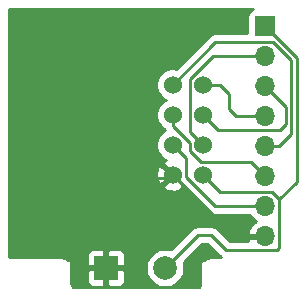
<source format=gtl>
%TF.GenerationSoftware,KiCad,Pcbnew,(5.1.9)-1*%
%TF.CreationDate,2021-10-24T01:50:07-04:00*%
%TF.ProjectId,nRF24_Breakout,6e524632-345f-4427-9265-616b6f75742e,1.0*%
%TF.SameCoordinates,Original*%
%TF.FileFunction,Copper,L1,Top*%
%TF.FilePolarity,Positive*%
%FSLAX46Y46*%
G04 Gerber Fmt 4.6, Leading zero omitted, Abs format (unit mm)*
G04 Created by KiCad (PCBNEW (5.1.9)-1) date 2021-10-24 01:50:07*
%MOMM*%
%LPD*%
G01*
G04 APERTURE LIST*
%TA.AperFunction,ComponentPad*%
%ADD10O,1.700000X1.700000*%
%TD*%
%TA.AperFunction,ComponentPad*%
%ADD11R,1.700000X1.700000*%
%TD*%
%TA.AperFunction,ComponentPad*%
%ADD12C,1.524000*%
%TD*%
%TA.AperFunction,ComponentPad*%
%ADD13R,2.000000X2.000000*%
%TD*%
%TA.AperFunction,ComponentPad*%
%ADD14C,2.000000*%
%TD*%
%TA.AperFunction,Conductor*%
%ADD15C,0.250000*%
%TD*%
%TA.AperFunction,Conductor*%
%ADD16C,0.254000*%
%TD*%
%TA.AperFunction,Conductor*%
%ADD17C,0.100000*%
%TD*%
G04 APERTURE END LIST*
D10*
%TO.P,J1,8*%
%TO.N,Net-(C1-Pad1)*%
X151892000Y-107284000D03*
%TO.P,J1,7*%
%TO.N,Net-(J1-Pad7)*%
X151892000Y-104744000D03*
%TO.P,J1,6*%
%TO.N,Net-(J1-Pad6)*%
X151892000Y-102204000D03*
%TO.P,J1,5*%
%TO.N,Net-(J1-Pad5)*%
X151892000Y-99664000D03*
%TO.P,J1,4*%
%TO.N,Net-(J1-Pad4)*%
X151892000Y-97124000D03*
%TO.P,J1,3*%
%TO.N,Net-(J1-Pad3)*%
X151892000Y-94584000D03*
%TO.P,J1,2*%
%TO.N,Net-(J1-Pad2)*%
X151892000Y-92044000D03*
D11*
%TO.P,J1,1*%
%TO.N,Net-(C1-Pad2)*%
X151892000Y-89504000D03*
%TD*%
D12*
%TO.P,U1,1*%
%TO.N,Net-(J1-Pad2)*%
X146618001Y-99568000D03*
%TO.P,U1,2*%
%TO.N,Net-(J1-Pad3)*%
X146618001Y-97028000D03*
%TO.P,U1,3*%
%TO.N,Net-(J1-Pad4)*%
X146618001Y-94488000D03*
%TO.P,U1,4*%
%TO.N,Net-(J1-Pad5)*%
X144078001Y-94488000D03*
%TO.P,U1,5*%
%TO.N,Net-(J1-Pad6)*%
X144078001Y-97028000D03*
%TO.P,U1,6*%
%TO.N,Net-(J1-Pad7)*%
X144078001Y-99568000D03*
%TO.P,U1,7*%
%TO.N,Net-(C1-Pad1)*%
X144078001Y-102108000D03*
%TO.P,U1,0*%
%TO.N,Net-(C1-Pad2)*%
X146618001Y-102108000D03*
%TD*%
D13*
%TO.P,C1,1*%
%TO.N,Net-(C1-Pad1)*%
X138430000Y-109982000D03*
D14*
%TO.P,C1,2*%
%TO.N,Net-(C1-Pad2)*%
X143430000Y-109982000D03*
%TD*%
D15*
%TO.N,Net-(C1-Pad2)*%
X152456001Y-103568999D02*
X153067001Y-104179999D01*
X148079000Y-103568999D02*
X152456001Y-103568999D01*
X153067001Y-104179999D02*
X153067001Y-108298999D01*
X146618001Y-102108000D02*
X148079000Y-103568999D01*
X152906999Y-108459001D02*
X148591001Y-108459001D01*
X153067001Y-108298999D02*
X152906999Y-108459001D01*
%TO.N,Net-(J1-Pad2)*%
X147453239Y-92044000D02*
X151892000Y-92044000D01*
X145531000Y-93966239D02*
X147453239Y-92044000D01*
X145531000Y-98480999D02*
X145531000Y-93966239D01*
X146618001Y-99568000D02*
X145531000Y-98480999D01*
%TO.N,Net-(J1-Pad3)*%
X147889002Y-98299001D02*
X153160999Y-98299001D01*
X146618001Y-97028000D02*
X147889002Y-98299001D01*
X153160999Y-98299001D02*
X153670000Y-97790000D01*
X153670000Y-96362000D02*
X151892000Y-94584000D01*
X153670000Y-97790000D02*
X153670000Y-96362000D01*
%TO.N,Net-(J1-Pad4)*%
X149448000Y-97124000D02*
X151892000Y-97124000D01*
X148844000Y-96520000D02*
X149448000Y-97124000D01*
X148844000Y-95250000D02*
X148844000Y-96520000D01*
X148082000Y-94488000D02*
X148844000Y-95250000D01*
X146618001Y-94488000D02*
X148082000Y-94488000D01*
%TO.N,Net-(J1-Pad5)*%
X147697002Y-90868999D02*
X152590999Y-90868999D01*
X144078001Y-94488000D02*
X147697002Y-90868999D01*
X153094081Y-99664000D02*
X151892000Y-99664000D01*
X154120009Y-98638072D02*
X153094081Y-99664000D01*
X154120010Y-92398010D02*
X154120009Y-98638072D01*
X152590999Y-90868999D02*
X154120010Y-92398010D01*
%TO.N,Net-(J1-Pad6)*%
X150708999Y-101020999D02*
X151892000Y-102204000D01*
X146462238Y-101020999D02*
X150708999Y-101020999D01*
X145531000Y-100089761D02*
X146462238Y-101020999D01*
X145531000Y-99412237D02*
X145531000Y-100089761D01*
X144078001Y-97959238D02*
X145531000Y-99412237D01*
X144078001Y-97028000D02*
X144078001Y-97959238D01*
%TO.N,Net-(J1-Pad7)*%
X147645239Y-104744000D02*
X151892000Y-104744000D01*
X145165002Y-102263763D02*
X147645239Y-104744000D01*
X145165002Y-100655001D02*
X145165002Y-102263763D01*
X144078001Y-99568000D02*
X145165002Y-100655001D01*
%TO.N,Net-(C1-Pad1)*%
X149254001Y-107284000D02*
X151892000Y-107284000D01*
X144078001Y-102108000D02*
X149254001Y-107284000D01*
X138430000Y-109982000D02*
X138430000Y-104394000D01*
X138430000Y-104394000D02*
X140462000Y-102362000D01*
X143824001Y-102362000D02*
X144078001Y-102108000D01*
X140462000Y-102362000D02*
X143824001Y-102362000D01*
%TO.N,Net-(C1-Pad2)*%
X143430000Y-109982000D02*
X146224000Y-107188000D01*
X147320000Y-107188000D02*
X148591001Y-108459001D01*
X146224000Y-107188000D02*
X147320000Y-107188000D01*
X154570019Y-102676981D02*
X153067001Y-104179999D01*
X154570019Y-92182019D02*
X154570019Y-102676981D01*
X151892000Y-89504000D02*
X154570019Y-92182019D01*
%TD*%
D16*
%TO.N,Net-(C1-Pad1)*%
X150797820Y-88064498D02*
X150687506Y-88123463D01*
X150590815Y-88202815D01*
X150511463Y-88299506D01*
X150452498Y-88409820D01*
X150416188Y-88529518D01*
X150403928Y-88654000D01*
X150403928Y-90108999D01*
X147734324Y-90108999D01*
X147697001Y-90105323D01*
X147659678Y-90108999D01*
X147659669Y-90108999D01*
X147548016Y-90119996D01*
X147404755Y-90163453D01*
X147272726Y-90234025D01*
X147157001Y-90328998D01*
X147133203Y-90357996D01*
X144369572Y-93121628D01*
X144215593Y-93091000D01*
X143940409Y-93091000D01*
X143670511Y-93144686D01*
X143416274Y-93249995D01*
X143187466Y-93402880D01*
X142992881Y-93597465D01*
X142839996Y-93826273D01*
X142734687Y-94080510D01*
X142681001Y-94350408D01*
X142681001Y-94625592D01*
X142734687Y-94895490D01*
X142839996Y-95149727D01*
X142992881Y-95378535D01*
X143187466Y-95573120D01*
X143416274Y-95726005D01*
X143493516Y-95758000D01*
X143416274Y-95789995D01*
X143187466Y-95942880D01*
X142992881Y-96137465D01*
X142839996Y-96366273D01*
X142734687Y-96620510D01*
X142681001Y-96890408D01*
X142681001Y-97165592D01*
X142734687Y-97435490D01*
X142839996Y-97689727D01*
X142992881Y-97918535D01*
X143187466Y-98113120D01*
X143366840Y-98232974D01*
X143372455Y-98251484D01*
X143414908Y-98330908D01*
X143187466Y-98482880D01*
X142992881Y-98677465D01*
X142839996Y-98906273D01*
X142734687Y-99160510D01*
X142681001Y-99430408D01*
X142681001Y-99705592D01*
X142734687Y-99975490D01*
X142839996Y-100229727D01*
X142992881Y-100458535D01*
X143187466Y-100653120D01*
X143416274Y-100806005D01*
X143487944Y-100835692D01*
X143474978Y-100840364D01*
X143359021Y-100902344D01*
X143292041Y-101142435D01*
X144078001Y-101928395D01*
X144092144Y-101914253D01*
X144271749Y-102093858D01*
X144257606Y-102108000D01*
X144271749Y-102122143D01*
X144092144Y-102301748D01*
X144078001Y-102287605D01*
X143292041Y-103073565D01*
X143359021Y-103313656D01*
X143608049Y-103430756D01*
X143875136Y-103497023D01*
X144150018Y-103509910D01*
X144422134Y-103468922D01*
X144681024Y-103375636D01*
X144796981Y-103313656D01*
X144863960Y-103073567D01*
X144980370Y-103189977D01*
X144998392Y-103171955D01*
X147081440Y-105255003D01*
X147105238Y-105284001D01*
X147220963Y-105378974D01*
X147352992Y-105449546D01*
X147496253Y-105493003D01*
X147607906Y-105504000D01*
X147607916Y-105504000D01*
X147645239Y-105507676D01*
X147682562Y-105504000D01*
X150613822Y-105504000D01*
X150738525Y-105690632D01*
X150945368Y-105897475D01*
X151127534Y-106019195D01*
X151010645Y-106088822D01*
X150794412Y-106283731D01*
X150620359Y-106517080D01*
X150495175Y-106779901D01*
X150450524Y-106927110D01*
X150571845Y-107157000D01*
X151765000Y-107157000D01*
X151765000Y-107137000D01*
X152019000Y-107137000D01*
X152019000Y-107157000D01*
X152039000Y-107157000D01*
X152039000Y-107411000D01*
X152019000Y-107411000D01*
X152019000Y-107431000D01*
X151765000Y-107431000D01*
X151765000Y-107411000D01*
X150571845Y-107411000D01*
X150450524Y-107640890D01*
X150468150Y-107699001D01*
X148905803Y-107699001D01*
X147883804Y-106677003D01*
X147860001Y-106647999D01*
X147744276Y-106553026D01*
X147612247Y-106482454D01*
X147468986Y-106438997D01*
X147357333Y-106428000D01*
X147357322Y-106428000D01*
X147320000Y-106424324D01*
X147282678Y-106428000D01*
X146261325Y-106428000D01*
X146224000Y-106424324D01*
X146186675Y-106428000D01*
X146186667Y-106428000D01*
X146075014Y-106438997D01*
X145931753Y-106482454D01*
X145799724Y-106553026D01*
X145683999Y-106647999D01*
X145660201Y-106676997D01*
X143921376Y-108415823D01*
X143906912Y-108409832D01*
X143591033Y-108347000D01*
X143268967Y-108347000D01*
X142953088Y-108409832D01*
X142655537Y-108533082D01*
X142387748Y-108712013D01*
X142160013Y-108939748D01*
X141981082Y-109207537D01*
X141857832Y-109505088D01*
X141795000Y-109820967D01*
X141795000Y-110143033D01*
X141857832Y-110458912D01*
X141981082Y-110756463D01*
X142160013Y-111024252D01*
X142387748Y-111251987D01*
X142655537Y-111430918D01*
X142953088Y-111554168D01*
X143268967Y-111617000D01*
X143591033Y-111617000D01*
X143906912Y-111554168D01*
X144204463Y-111430918D01*
X144472252Y-111251987D01*
X144699987Y-111024252D01*
X144878918Y-110756463D01*
X145002168Y-110458912D01*
X145065000Y-110143033D01*
X145065000Y-109820967D01*
X145002168Y-109505088D01*
X144996177Y-109490624D01*
X146538802Y-107948000D01*
X147005199Y-107948000D01*
X148027202Y-108970004D01*
X148051000Y-108999002D01*
X148135074Y-109068000D01*
X147287581Y-109068000D01*
X147190617Y-109077550D01*
X147066207Y-109115290D01*
X146951550Y-109176575D01*
X146851052Y-109259052D01*
X146778875Y-109347000D01*
X146558000Y-109347000D01*
X146533224Y-109349440D01*
X146509399Y-109356667D01*
X146487443Y-109368403D01*
X146468197Y-109384197D01*
X146452403Y-109403443D01*
X146440667Y-109425399D01*
X146433440Y-109449224D01*
X146431000Y-109474000D01*
X146431000Y-111271457D01*
X146379570Y-111485678D01*
X146318547Y-111633000D01*
X135621453Y-111633000D01*
X135560430Y-111485678D01*
X135509000Y-111271457D01*
X135509000Y-110982000D01*
X136791928Y-110982000D01*
X136804188Y-111106482D01*
X136840498Y-111226180D01*
X136899463Y-111336494D01*
X136978815Y-111433185D01*
X137075506Y-111512537D01*
X137185820Y-111571502D01*
X137305518Y-111607812D01*
X137430000Y-111620072D01*
X138144250Y-111617000D01*
X138303000Y-111458250D01*
X138303000Y-110109000D01*
X138557000Y-110109000D01*
X138557000Y-111458250D01*
X138715750Y-111617000D01*
X139430000Y-111620072D01*
X139554482Y-111607812D01*
X139674180Y-111571502D01*
X139784494Y-111512537D01*
X139881185Y-111433185D01*
X139960537Y-111336494D01*
X140019502Y-111226180D01*
X140055812Y-111106482D01*
X140068072Y-110982000D01*
X140065000Y-110267750D01*
X139906250Y-110109000D01*
X138557000Y-110109000D01*
X138303000Y-110109000D01*
X136953750Y-110109000D01*
X136795000Y-110267750D01*
X136791928Y-110982000D01*
X135509000Y-110982000D01*
X135509000Y-109474000D01*
X135506560Y-109449224D01*
X135499333Y-109425399D01*
X135487597Y-109403443D01*
X135471803Y-109384197D01*
X135452557Y-109368403D01*
X135430601Y-109356667D01*
X135406776Y-109349440D01*
X135382000Y-109347000D01*
X135161125Y-109347000D01*
X135088948Y-109259052D01*
X134988450Y-109176575D01*
X134873793Y-109115290D01*
X134749383Y-109077550D01*
X134652419Y-109068000D01*
X130200000Y-109068000D01*
X130200000Y-108982000D01*
X136791928Y-108982000D01*
X136795000Y-109696250D01*
X136953750Y-109855000D01*
X138303000Y-109855000D01*
X138303000Y-108505750D01*
X138557000Y-108505750D01*
X138557000Y-109855000D01*
X139906250Y-109855000D01*
X140065000Y-109696250D01*
X140068072Y-108982000D01*
X140055812Y-108857518D01*
X140019502Y-108737820D01*
X139960537Y-108627506D01*
X139881185Y-108530815D01*
X139784494Y-108451463D01*
X139674180Y-108392498D01*
X139554482Y-108356188D01*
X139430000Y-108343928D01*
X138715750Y-108347000D01*
X138557000Y-108505750D01*
X138303000Y-108505750D01*
X138144250Y-108347000D01*
X137430000Y-108343928D01*
X137305518Y-108356188D01*
X137185820Y-108392498D01*
X137075506Y-108451463D01*
X136978815Y-108530815D01*
X136899463Y-108627506D01*
X136840498Y-108737820D01*
X136804188Y-108857518D01*
X136791928Y-108982000D01*
X130200000Y-108982000D01*
X130200000Y-102180017D01*
X142676091Y-102180017D01*
X142717079Y-102452133D01*
X142810365Y-102711023D01*
X142872345Y-102826980D01*
X143112436Y-102893960D01*
X143898396Y-102108000D01*
X143112436Y-101322040D01*
X142872345Y-101389020D01*
X142755245Y-101638048D01*
X142688978Y-101905135D01*
X142676091Y-102180017D01*
X130200000Y-102180017D01*
X130200000Y-88036000D01*
X150891765Y-88036000D01*
X150797820Y-88064498D01*
%TA.AperFunction,Conductor*%
D17*
G36*
X150797820Y-88064498D02*
G01*
X150687506Y-88123463D01*
X150590815Y-88202815D01*
X150511463Y-88299506D01*
X150452498Y-88409820D01*
X150416188Y-88529518D01*
X150403928Y-88654000D01*
X150403928Y-90108999D01*
X147734324Y-90108999D01*
X147697001Y-90105323D01*
X147659678Y-90108999D01*
X147659669Y-90108999D01*
X147548016Y-90119996D01*
X147404755Y-90163453D01*
X147272726Y-90234025D01*
X147157001Y-90328998D01*
X147133203Y-90357996D01*
X144369572Y-93121628D01*
X144215593Y-93091000D01*
X143940409Y-93091000D01*
X143670511Y-93144686D01*
X143416274Y-93249995D01*
X143187466Y-93402880D01*
X142992881Y-93597465D01*
X142839996Y-93826273D01*
X142734687Y-94080510D01*
X142681001Y-94350408D01*
X142681001Y-94625592D01*
X142734687Y-94895490D01*
X142839996Y-95149727D01*
X142992881Y-95378535D01*
X143187466Y-95573120D01*
X143416274Y-95726005D01*
X143493516Y-95758000D01*
X143416274Y-95789995D01*
X143187466Y-95942880D01*
X142992881Y-96137465D01*
X142839996Y-96366273D01*
X142734687Y-96620510D01*
X142681001Y-96890408D01*
X142681001Y-97165592D01*
X142734687Y-97435490D01*
X142839996Y-97689727D01*
X142992881Y-97918535D01*
X143187466Y-98113120D01*
X143366840Y-98232974D01*
X143372455Y-98251484D01*
X143414908Y-98330908D01*
X143187466Y-98482880D01*
X142992881Y-98677465D01*
X142839996Y-98906273D01*
X142734687Y-99160510D01*
X142681001Y-99430408D01*
X142681001Y-99705592D01*
X142734687Y-99975490D01*
X142839996Y-100229727D01*
X142992881Y-100458535D01*
X143187466Y-100653120D01*
X143416274Y-100806005D01*
X143487944Y-100835692D01*
X143474978Y-100840364D01*
X143359021Y-100902344D01*
X143292041Y-101142435D01*
X144078001Y-101928395D01*
X144092144Y-101914253D01*
X144271749Y-102093858D01*
X144257606Y-102108000D01*
X144271749Y-102122143D01*
X144092144Y-102301748D01*
X144078001Y-102287605D01*
X143292041Y-103073565D01*
X143359021Y-103313656D01*
X143608049Y-103430756D01*
X143875136Y-103497023D01*
X144150018Y-103509910D01*
X144422134Y-103468922D01*
X144681024Y-103375636D01*
X144796981Y-103313656D01*
X144863960Y-103073567D01*
X144980370Y-103189977D01*
X144998392Y-103171955D01*
X147081440Y-105255003D01*
X147105238Y-105284001D01*
X147220963Y-105378974D01*
X147352992Y-105449546D01*
X147496253Y-105493003D01*
X147607906Y-105504000D01*
X147607916Y-105504000D01*
X147645239Y-105507676D01*
X147682562Y-105504000D01*
X150613822Y-105504000D01*
X150738525Y-105690632D01*
X150945368Y-105897475D01*
X151127534Y-106019195D01*
X151010645Y-106088822D01*
X150794412Y-106283731D01*
X150620359Y-106517080D01*
X150495175Y-106779901D01*
X150450524Y-106927110D01*
X150571845Y-107157000D01*
X151765000Y-107157000D01*
X151765000Y-107137000D01*
X152019000Y-107137000D01*
X152019000Y-107157000D01*
X152039000Y-107157000D01*
X152039000Y-107411000D01*
X152019000Y-107411000D01*
X152019000Y-107431000D01*
X151765000Y-107431000D01*
X151765000Y-107411000D01*
X150571845Y-107411000D01*
X150450524Y-107640890D01*
X150468150Y-107699001D01*
X148905803Y-107699001D01*
X147883804Y-106677003D01*
X147860001Y-106647999D01*
X147744276Y-106553026D01*
X147612247Y-106482454D01*
X147468986Y-106438997D01*
X147357333Y-106428000D01*
X147357322Y-106428000D01*
X147320000Y-106424324D01*
X147282678Y-106428000D01*
X146261325Y-106428000D01*
X146224000Y-106424324D01*
X146186675Y-106428000D01*
X146186667Y-106428000D01*
X146075014Y-106438997D01*
X145931753Y-106482454D01*
X145799724Y-106553026D01*
X145683999Y-106647999D01*
X145660201Y-106676997D01*
X143921376Y-108415823D01*
X143906912Y-108409832D01*
X143591033Y-108347000D01*
X143268967Y-108347000D01*
X142953088Y-108409832D01*
X142655537Y-108533082D01*
X142387748Y-108712013D01*
X142160013Y-108939748D01*
X141981082Y-109207537D01*
X141857832Y-109505088D01*
X141795000Y-109820967D01*
X141795000Y-110143033D01*
X141857832Y-110458912D01*
X141981082Y-110756463D01*
X142160013Y-111024252D01*
X142387748Y-111251987D01*
X142655537Y-111430918D01*
X142953088Y-111554168D01*
X143268967Y-111617000D01*
X143591033Y-111617000D01*
X143906912Y-111554168D01*
X144204463Y-111430918D01*
X144472252Y-111251987D01*
X144699987Y-111024252D01*
X144878918Y-110756463D01*
X145002168Y-110458912D01*
X145065000Y-110143033D01*
X145065000Y-109820967D01*
X145002168Y-109505088D01*
X144996177Y-109490624D01*
X146538802Y-107948000D01*
X147005199Y-107948000D01*
X148027202Y-108970004D01*
X148051000Y-108999002D01*
X148135074Y-109068000D01*
X147287581Y-109068000D01*
X147190617Y-109077550D01*
X147066207Y-109115290D01*
X146951550Y-109176575D01*
X146851052Y-109259052D01*
X146778875Y-109347000D01*
X146558000Y-109347000D01*
X146533224Y-109349440D01*
X146509399Y-109356667D01*
X146487443Y-109368403D01*
X146468197Y-109384197D01*
X146452403Y-109403443D01*
X146440667Y-109425399D01*
X146433440Y-109449224D01*
X146431000Y-109474000D01*
X146431000Y-111271457D01*
X146379570Y-111485678D01*
X146318547Y-111633000D01*
X135621453Y-111633000D01*
X135560430Y-111485678D01*
X135509000Y-111271457D01*
X135509000Y-110982000D01*
X136791928Y-110982000D01*
X136804188Y-111106482D01*
X136840498Y-111226180D01*
X136899463Y-111336494D01*
X136978815Y-111433185D01*
X137075506Y-111512537D01*
X137185820Y-111571502D01*
X137305518Y-111607812D01*
X137430000Y-111620072D01*
X138144250Y-111617000D01*
X138303000Y-111458250D01*
X138303000Y-110109000D01*
X138557000Y-110109000D01*
X138557000Y-111458250D01*
X138715750Y-111617000D01*
X139430000Y-111620072D01*
X139554482Y-111607812D01*
X139674180Y-111571502D01*
X139784494Y-111512537D01*
X139881185Y-111433185D01*
X139960537Y-111336494D01*
X140019502Y-111226180D01*
X140055812Y-111106482D01*
X140068072Y-110982000D01*
X140065000Y-110267750D01*
X139906250Y-110109000D01*
X138557000Y-110109000D01*
X138303000Y-110109000D01*
X136953750Y-110109000D01*
X136795000Y-110267750D01*
X136791928Y-110982000D01*
X135509000Y-110982000D01*
X135509000Y-109474000D01*
X135506560Y-109449224D01*
X135499333Y-109425399D01*
X135487597Y-109403443D01*
X135471803Y-109384197D01*
X135452557Y-109368403D01*
X135430601Y-109356667D01*
X135406776Y-109349440D01*
X135382000Y-109347000D01*
X135161125Y-109347000D01*
X135088948Y-109259052D01*
X134988450Y-109176575D01*
X134873793Y-109115290D01*
X134749383Y-109077550D01*
X134652419Y-109068000D01*
X130200000Y-109068000D01*
X130200000Y-108982000D01*
X136791928Y-108982000D01*
X136795000Y-109696250D01*
X136953750Y-109855000D01*
X138303000Y-109855000D01*
X138303000Y-108505750D01*
X138557000Y-108505750D01*
X138557000Y-109855000D01*
X139906250Y-109855000D01*
X140065000Y-109696250D01*
X140068072Y-108982000D01*
X140055812Y-108857518D01*
X140019502Y-108737820D01*
X139960537Y-108627506D01*
X139881185Y-108530815D01*
X139784494Y-108451463D01*
X139674180Y-108392498D01*
X139554482Y-108356188D01*
X139430000Y-108343928D01*
X138715750Y-108347000D01*
X138557000Y-108505750D01*
X138303000Y-108505750D01*
X138144250Y-108347000D01*
X137430000Y-108343928D01*
X137305518Y-108356188D01*
X137185820Y-108392498D01*
X137075506Y-108451463D01*
X136978815Y-108530815D01*
X136899463Y-108627506D01*
X136840498Y-108737820D01*
X136804188Y-108857518D01*
X136791928Y-108982000D01*
X130200000Y-108982000D01*
X130200000Y-102180017D01*
X142676091Y-102180017D01*
X142717079Y-102452133D01*
X142810365Y-102711023D01*
X142872345Y-102826980D01*
X143112436Y-102893960D01*
X143898396Y-102108000D01*
X143112436Y-101322040D01*
X142872345Y-101389020D01*
X142755245Y-101638048D01*
X142688978Y-101905135D01*
X142676091Y-102180017D01*
X130200000Y-102180017D01*
X130200000Y-88036000D01*
X150891765Y-88036000D01*
X150797820Y-88064498D01*
G37*
%TD.AperFunction*%
%TD*%
M02*

</source>
